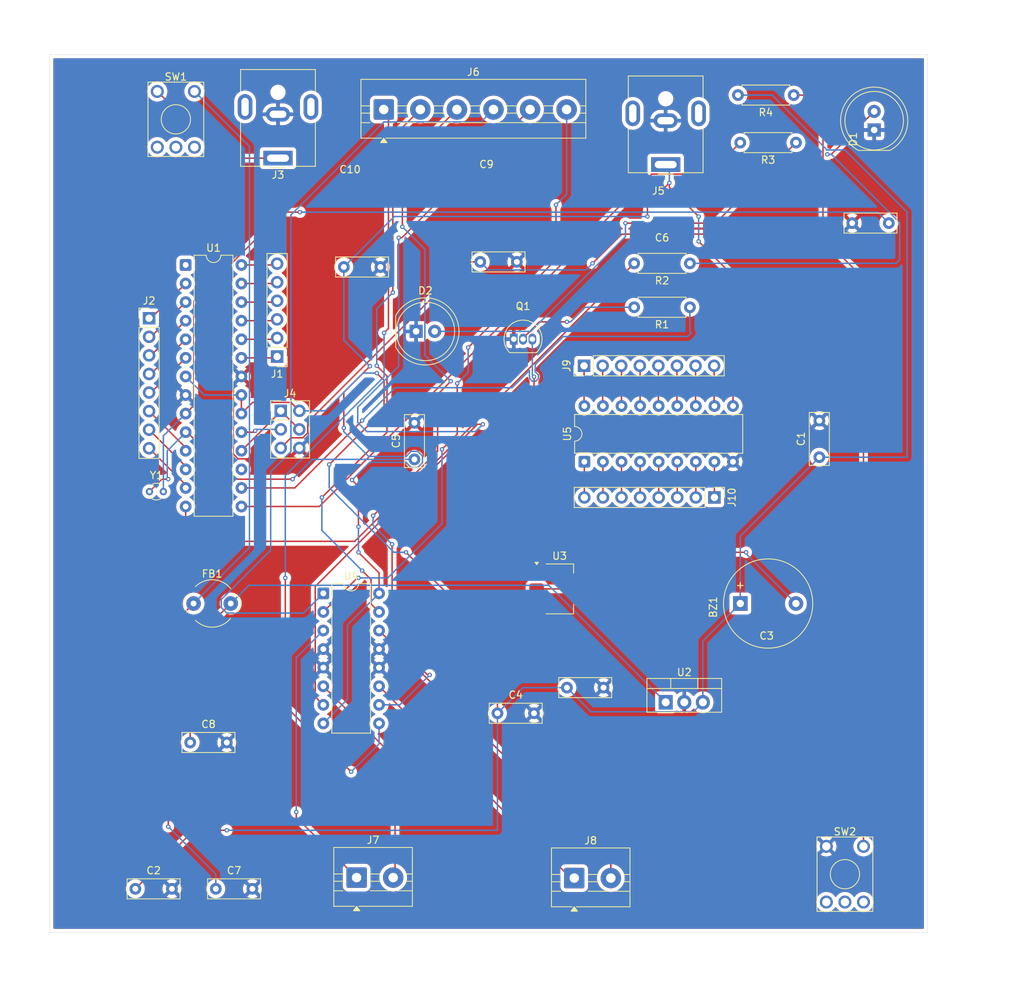
<source format=kicad_pcb>
(kicad_pcb (version 20241229) (generator "pcbnew") (generator_version "9.0")
  (title_block (title "E158 60002240293 Krishnna Pandya"))
  (layers (0 "F.Cu" signal) (2 "B.Cu" signal) (13 "F.Paste" user) (15 "B.Paste" user) (5 "F.SilkS" user "F.Silkscreen") (7 "B.SilkS" user "B.Silkscreen") (1 "F.Mask" user) (3 "B.Mask" user) (25 "Edge.Cuts" user))
  (net 0 "")
  (net 1 "5V")
  (net 2 "Net-(BZ1--)")
  (net 3 "GND")
  (net 4 "Net-(U1-XTAL2{slash}PB7)")
  (net 5 "Net-(U1-XTAL1{slash}PB6)")
  (net 6 "Net-(C7-Pad1)")
  (net 7 "Net-(U2-IN)")
  (net 8 "Reset")
  (net 9 "12V")
  (net 10 "Net-(D1-A)")
  (net 11 "Net-(D2-A)")
  (net 12 "Net-(J1-Pin_4)")
  (net 13 "Net-(J1-Pin_5)")
  (net 14 "Net-(J1-Pin_2)")
  (net 15 "Net-(J1-Pin_6)")
  (net 16 "Net-(J1-Pin_3)")
  (net 17 "Net-(J1-Pin_1)")
  (net 18 "Net-(J2-Pin_4)")
  (net 19 "Net-(J2-Pin_7)")
  (net 20 "Net-(J2-Pin_6)")
  (net 21 "Net-(J2-Pin_3)")
  (net 22 "Net-(J2-Pin_5)")
  (net 23 "Net-(J2-Pin_2)")
  (net 24 "Net-(J2-Pin_1)")
  (net 25 "Net-(J2-Pin_8)")
  (net 26 "Net-(J3-Pad1)")
  (net 27 "MISO")
  (net 28 "SCK")
  (net 29 "Net-(J6-Pin_6)")
  (net 30 "Net-(J6-Pin_4)")
  (net 31 "Net-(J6-Pin_2)")
  (net 32 "Net-(J6-Pin_5)")
  (net 33 "Net-(J6-Pin_3)")
  (net 34 "Net-(J6-Pin_1)")
  (net 35 "Net-(J7-Pin_1)")
  (net 36 "Net-(J7-Pin_2)")
  (net 37 "Net-(J8-Pin_1)")
  (net 38 "Net-(J8-Pin_2)")
  (net 39 "Net-(J9-Pin_7)")
  (net 40 "Net-(J9-Pin_6)")
  (net 41 "Net-(J9-Pin_3)")
  (net 42 "Net-(J9-Pin_8)")
  (net 43 "Net-(J9-Pin_5)")
  (net 44 "Net-(J9-Pin_1)")
  (net 45 "Net-(J9-Pin_4)")
  (net 46 "Net-(J9-Pin_2)")
  (net 47 "Net-(J10-Pin_6)")
  (net 48 "Net-(J10-Pin_8)")
  (net 49 "Net-(J10-Pin_4)")
  (net 50 "Net-(J10-Pin_3)")
  (net 51 "Net-(J10-Pin_2)")
  (net 52 "Net-(J10-Pin_7)")
  (net 53 "Net-(J10-Pin_5)")
  (net 54 "Net-(J10-Pin_1)")
  (net 55 "Net-(Q1-G)")
  (net 56 "PWM1")
  (net 57 "GPIO_FLAG_1")
  (net 58 "GPIO_FLAG_2")
  (net 60 "MOSI")
  (net 61 "3V")
  (footprint "Resistor_THT:R_Axial_DIN0207_L6.3mm_D2.5mm_P7.62mm_Horizontal" (layer "F.Cu") (at 131.31 59.5 180)
    (property "Reference" "R3")
    (property "Value" "R")
  )
  (footprint "Capacitor_THT:C_Disc_D7.0mm_W2.5mm_P5.00mm" (layer "F.Cu") (at 41 161.5)
    (property "Reference" "C2")
    (property "Value" "100nf")
  )
  (footprint "Ferrite_THT:LairdTech_28C0236-0JW-10" (layer "F.Cu") (at 48.96 122.5)
    (property "Reference" "FB1")
    (property "Value" "FerriteBead")
  )
  (footprint "Resistor_THT:R_Axial_DIN0207_L6.3mm_D2.5mm_P7.62mm_Horizontal" (layer "F.Cu") (at 116.81 82 180)
    (property "Reference" "R1")
    (property "Value" "R")
  )
  (footprint "Package_TO_SOT_SMD:SOT-223-3_TabPin2" (layer "F.Cu") (at 99 120.5)
    (property "Reference" "U3")
    (property "Value" "AMS1117-3.3")
  )
  (footprint "Connector_BarrelJack:BarrelJack_CUI_PJ-063AH_Horizontal" (layer "F.Cu") (at 113.5 62.5 180)
    (property "Reference" "J5")
    (property "Value" "Barrel_Jack")
  )
  (footprint "Package_TO_SOT_THT:TO-220-3_Vertical" (layer "F.Cu") (at 113.5 136)
    (property "Reference" "U2")
    (property "Value" "L7805")
  )
  (footprint "Resistor_THT:R_Axial_DIN0207_L6.3mm_D2.5mm_P7.62mm_Horizontal" (layer "F.Cu") (at 131 53 180)
    (property "Reference" "R4")
    (property "Value" "R")
  )
  (footprint "Buzzer_Beeper:Buzzer_12x9.5RM7.6" (layer "F.Cu") (at 123.7 122.5)
    (property "Reference" "BZ1")
    (property "Value" "Buzzer")
  )
  (footprint "Capacitor_THT:C_Disc_D7.0mm_W2.5mm_P5.00mm" (layer "F.Cu") (at 52 161.5)
    (property "Reference" "C7")
    (property "Value" "1uf")
  )
  (footprint "Package_TO_SOT_THT:TO-92_Inline" (layer "F.Cu") (at 92.73 86.36)
    (property "Reference" "Q1")
    (property "Value" "2N7000")
  )
  (footprint "Crystal:Crystal_C26-LF_D2.1mm_L6.5mm_Vertical" (layer "F.Cu") (at 42.93 107.2)
    (property "Reference" "Y1")
    (property "Value" "Crystal")
  )
  (footprint "Capacitor_THT:C_Disc_D7.0mm_W2.5mm_P5.00mm" (layer "F.Cu") (at 134.5 102.5 90)
    (property "Reference" "C1")
    (property "Value" "100nf")
  )
  (footprint "Package_DIP:DIP-18_W7.62mm" (layer "F.Cu") (at 102.38 103.12 90)
    (property "Reference" "U5")
    (property "Value" "ULN2803A")
  )
  (footprint "Capacitor_THT:C_Disc_D7.0mm_W2.5mm_P5.00mm" (layer "F.Cu") (at 69.5 76.5)
    (property "Reference" "C10")
    (property "Value" "100uf")
  )
  (footprint "TerminalBlock:TerminalBlock_MaiXu_MX126-5.0-02P_1x02_P5.00mm" (layer "F.Cu") (at 71.25 159.9675)
    (property "Reference" "J7")
    (property "Value" "Screw_Terminal_01x02")
  )
  (footprint "Connector_PinHeader_2.54mm:PinHeader_1x06_P2.54mm_Vertical" (layer "F.Cu") (at 60.38 88.74 180)
    (property "Reference" "J1")
    (property "Value" "Conn_01x06")
  )
  (footprint "Connector_PinHeader_2.54mm:PinHeader_1x08_P2.54mm_Vertical" (layer "F.Cu") (at 102.34 90 90)
    (property "Reference" "J9")
    (property "Value" "Conn_01x08")
  )
  (footprint "Resistor_THT:R_Axial_DIN0207_L6.3mm_D2.5mm_P7.62mm_Horizontal" (layer "F.Cu") (at 116.81 76 180)
    (property "Reference" "R2")
    (property "Value" "R")
  )
  (footprint "TerminalBlock:TerminalBlock_MaiXu_MX126-5.0-02P_1x02_P5.00mm" (layer "F.Cu") (at 101 160.0325)
    (property "Reference" "J8")
    (property "Value" "Screw_Terminal_01x02")
  )
  (footprint "TerminalBlock:TerminalBlock_MaiXu_MX126-5.0-06P_1x06_P5.00mm" (layer "F.Cu") (at 74.96 54.9675)
    (property "Reference" "J6")
    (property "Value" "Screw_Terminal_01x06")
  )
  (footprint "Capacitor_THT:C_Disc_D7.0mm_W2.5mm_P5.00mm" (layer "F.Cu") (at 144 70.5 180)
    (property "Reference" "C6")
    (property "Value" "22pf")
  )
  (footprint "Connector_PinHeader_2.54mm:PinHeader_1x08_P2.54mm_Vertical" (layer "F.Cu") (at 42.88 83.5)
    (property "Reference" "J2")
    (property "Value" "Conn_01x08")
  )
  (footprint "Capacitor_THT:C_Disc_D7.0mm_W2.5mm_P5.00mm" (layer "F.Cu") (at 88.15 75.8)
    (property "Reference" "C9")
    (property "Value" "1uf")
  )
  (footprint "Package_DIP:DIP-28_W7.62mm" (layer "F.Cu") (at 47.88 76.22)
    (property "Reference" "U1")
    (property "Value" "ATmega328-P")
  )
  (footprint "Capacitor_THT:C_Disc_D7.0mm_W2.5mm_P5.00mm" (layer "F.Cu") (at 79.15 102.8 90)
    (property "Reference" "C5")
    (property "Value" "22pf")
  )
  (footprint "Connector_PinHeader_2.54mm:PinHeader_1x08_P2.54mm_Vertical" (layer "F.Cu") (at 120.16 108 -90)
    (property "Reference" "J10")
    (property "Value" "Conn_01x08")
  )
  (footprint "Capacitor_THT:C_Disc_D7.0mm_W2.5mm_P5.00mm" (layer "F.Cu") (at 90.5 137.5)
    (property "Reference" "C4")
    (property "Value" "C")
  )
  (footprint "Package_DIP:DIP-16_W7.62mm" (layer "F.Cu") (at 66.695 121.11)
    (property "Reference" "U4")
    (property "Value" "L293")
  )
  (footprint "LED_THT:LED_D8.0mm" (layer "F.Cu") (at 79.38 85.3)
    (property "Reference" "D2")
    (property "Value" "LED")
  )
  (footprint "LED_THT:LED_D8.0mm" (layer "F.Cu") (at 142 57.77 90)
    (property "Reference" "D1")
    (property "Value" "LED")
  )
  (footprint "Capacitor_THT:C_Disc_D7.0mm_W2.5mm_P5.00mm" (layer "F.Cu") (at 100 134)
    (property "Reference" "C3")
    (property "Value" "10uf")
  )
  (footprint "Capacitor_THT:C_Disc_D7.0mm_W2.5mm_P5.00mm" (layer "F.Cu") (at 48.5 141.5)
    (property "Reference" "C8")
    (property "Value" "1uf")
  )
  (footprint "Button_Switch_THT:KSA_Tactile_SPST" (layer "F.Cu") (at 135.46 155.69)
    (property "Reference" "SW2")
    (property "Value" "Push to ON switch (momentary)")
  )
  (footprint "Button_Switch_THT:KSA_Tactile_SPST" (layer "F.Cu") (at 44 52.5)
    (property "Reference" "SW1")
    (property "Value" "Push to lock switch")
  )
  (footprint "Connector_BarrelJack:BarrelJack_CUI_PJ-063AH_Horizontal" (layer "F.Cu") (at 60.5 61.62 180)
    (property "Reference" "J3")
    (property "Value" "Barrel_Jack")
  )
  (footprint "Connector_PinHeader_2.54mm:PinHeader_2x03_P2.54mm_Vertical" (layer "F.Cu") (at 60.88 96.16)
    (property "Reference" "J4")
    (property "Value" "Conn_02x03_Odd_Even")
  )
  (gr_rect (start 29.29 47.4675) (end 149.29 167.4675) (stroke (width 0.05)) (fill no) (layer "Edge.Cuts"))
  (segment (start 53.5 153.5) (end 49 153.5) (width 0.2) (layer "F.Cu") (net 1))
  (segment (start 57.031 95.009) (end 62.269 95.009) (width 0.2) (layer "F.Cu") (net 1))
  (segment (start 90.575 128.075) (end 95.85 122.8) (width 0.2) (layer "F.Cu") (net 1))
  (segment (start 90.5 128.15) (end 90.575 128.075) (width 0.2) (layer "F.Cu") (net 1))
  (segment (start 62.269 95.009) (end 63.42 96.16) (width 0.2) (layer "F.Cu") (net 1))
  (segment (start 90.5 137.5) (end 90.5 128.15) (width 0.2) (layer "F.Cu") (net 1))
  (segment (start 55.5 96.54) (end 57.031 95.009) (width 0.2) (layer "F.Cu") (net 1))
  (segment (start 55.5 94) (end 55 94) (width 0.2) (layer "F.Cu") (net 1))
  (segment (start 90.575 128.075) (end 78 115.5) (width 0.2) (layer "F.Cu") (net 1))
  (segment (start 49 153.5) (end 41 161.5) (width 0.2) (layer "F.Cu") (net 1))
  (segment (start 55.5 94) (end 55.5 96.54) (width 0.2) (layer "F.Cu") (net 1))
  (segment (start 75 92) (end 75 96) (width 0.2) (layer "F.Cu") (net 1))
  (segment (start 75 96) (end 67.5 103.5) (width 0.2) (layer "F.Cu") (net 1))
  (segment (start 74 91) (end 75 92) (width 0.2) (layer "F.Cu") (net 1))
  (via (at 78 115.5) (size 0.6) (drill 0.3) (layers "F.Cu" "B.Cu") (net 1))
  (via (at 53.5 153.5) (size 0.6) (drill 0.3) (layers "F.Cu" "B.Cu") (net 1))
  (via (at 67.5 103.5) (size 0.6) (drill 0.3) (layers "F.Cu" "B.Cu") (net 1))
  (via (at 74 91) (size 0.6) (drill 0.3) (layers "F.Cu" "B.Cu") (net 1))
  (segment (start 100 134) (end 103.301 137.301) (width 0.2) (layer "B.Cu") (net 1))
  (segment (start 117.279 137.301) (end 118.58 136) (width 0.2) (layer "B.Cu") (net 1))
  (segment (start 72.12653 91) (end 66.96653 96.16) (width 0.2) (layer "B.Cu") (net 1))
  (segment (start 135.5 60.44295) (end 135.5 60.5) (width 0.2) (layer "B.Cu") (net 1))
  (segment (start 128.05705 53) (end 135.5 60.44295) (width 0.2) (layer "B.Cu") (net 1))
  (segment (start 118.58 136) (end 118.58 127.62) (width 0.2) (layer "B.Cu") (net 1))
  (segment (start 78 115.5) (end 76.349943 115.5) (width 0.2) (layer "B.Cu") (net 1))
  (segment (start 94 134) (end 100 134) (width 0.2) (layer "B.Cu") (net 1))
  (segment (start 76.349943 115.5) (end 67.5 106.650057) (width 0.2) (layer "B.Cu") (net 1))
  (segment (start 123.7 113.3) (end 134.5 102.5) (width 0.2) (layer "B.Cu") (net 1))
  (segment (start 90.5 153.5) (end 53.5 153.5) (width 0.2) (layer "B.Cu") (net 1))
  (segment (start 90.5 137.5) (end 94 134) (width 0.2) (layer "B.Cu") (net 1))
  (segment (start 74 91) (end 72.12653 91) (width 0.2) (layer "B.Cu") (net 1))
  (segment (start 118.58 127.62) (end 123.7 122.5) (width 0.2) (layer "B.Cu") (net 1))
  (segment (start 146.5 69) (end 146.5 102.5) (width 0.2) (layer "B.Cu") (net 1))
  (segment (start 134.5 102.5) (end 146.5 102.5) (width 0.2) (layer "B.Cu") (net 1))
  (segment (start 123.7 122.5) (end 123.7 113.3) (width 0.2) (layer "B.Cu") (net 1))
  (segment (start 90.5 137.5) (end 90.5 153.5) (width 0.2) (layer "B.Cu") (net 1))
  (segment (start 50.42 94) (end 47.88 91.46) (width 0.2) (layer "B.Cu") (net 1))
  (segment (start 135.5 60.5) (end 138 60.5) (width 0.2) (layer "B.Cu") (net 1))
  (segment (start 123.38 53) (end 128.05705 53) (width 0.2) (layer "B.Cu") (net 1))
  (segment (start 66.96653 96.16) (end 63.42 96.16) (width 0.2) (layer "B.Cu") (net 1))
  (segment (start 55.5 94) (end 50.42 94) (width 0.2) (layer "B.Cu") (net 1))
  (segment (start 67.5 106.650057) (end 67.5 103.5) (width 0.2) (layer "B.Cu") (net 1))
  (segment (start 103.301 137.301) (end 117.279 137.301) (width 0.2) (layer "B.Cu") (net 1))
  (segment (start 138 60.5) (end 146.5 69) (width 0.2) (layer "B.Cu") (net 1))
  (segment (start 97.5 109.5) (end 95.5 107.5) (width 0.2) (layer "F.Cu") (net 2))
  (segment (start 95.5 107.5) (end 95.5 91.5) (width 0.2) (layer "F.Cu") (net 2))
  (segment (start 124.5 115.5) (end 103.5 115.5) (width 0.2) (layer "F.Cu") (net 2))
  (segment (start 103.5 115.5) (end 97.5 109.5) (width 0.2) (layer "F.Cu") (net 2))
  (via (at 124.5 115.5) (size 0.6) (drill 0.3) (layers "F.Cu" "B.Cu") (net 2))
  (via (at 95.5 91.5) (size 0.6) (drill 0.3) (layers "F.Cu" "B.Cu") (net 2))
  (segment (start 124.5 115.7) (end 124.5 115.5) (width 0.2) (layer "B.Cu") (net 2))
  (segment (start 95.5 91.5) (end 95.27 91.27) (width 0.2) (layer "B.Cu") (net 2))
  (segment (start 95.27 91.27) (end 95.27 86.36) (width 0.2) (layer "B.Cu") (net 2))
  (segment (start 131.3 122.5) (end 124.5 115.7) (width 0.2) (layer "B.Cu") (net 2))
  (segment (start 61.939 102.721) (end 55.04395 102.721) (width 0.2) (layer "F.Cu") (net 3))
  (segment (start 54.399 102.07605) (end 54.399 92.561) (width 0.2) (layer "F.Cu") (net 3))
  (segment (start 55.04395 102.721) (end 54.399 102.07605) (width 0.2) (layer "F.Cu") (net 3))
  (segment (start 54.399 92.561) (end 55.5 91.46) (width 0.2) (layer "F.Cu") (net 3))
  (segment (start 63.42 101.24) (end 61.939 102.721) (width 0.2) (layer "F.Cu") (net 3))
  (segment (start 63.5 101.5) (end 63.42 101.42) (width 0.2) (layer "F.Cu") (net 3))
  (segment (start 63.42 101.24) (end 63.42 101.42) (width 0.2) (layer "F.Cu") (net 3))
  (segment (start 47.92 99.08) (end 48 99) (width 0.2) (layer "F.Cu") (net 4))
  (segment (start 44.63 105.5) (end 42.93 107.2) (width 0.2) (layer "F.Cu") (net 4))
  (segment (start 47.88 99.08) (end 47.92 99.08) (width 0.2) (layer "F.Cu") (net 4))
  (segment (start 48 99) (end 54.5 105.5) (width 0.2) (layer "F.Cu") (net 4))
  (segment (start 45.5 105.5) (end 44.63 105.5) (width 0.2) (layer "F.Cu") (net 4))
  (segment (start 54.5 105.5) (end 62.5 105.5) (width 0.2) (layer "F.Cu") (net 4))
  (via (at 45.5 105.5) (size 0.6) (drill 0.3) (layers "F.Cu" "B.Cu") (net 4))
  (via (at 62.5 105.5) (size 0.6) (drill 0.3) (layers "F.Cu" "B.Cu") (net 4))
  (segment (start 48 99) (end 45.362772 101.637228) (width 0.2) (layer "B.Cu") (net 4))
  (segment (start 45.362772 105.362772) (end 45.5 105.5) (width 0.2) (layer "B.Cu") (net 4))
  (segment (start 65.2 102.8) (end 79.15 102.8) (width 0.2) (layer "B.Cu") (net 4))
  (segment (start 62.5 105.5) (end 65.2 102.8) (width 0.2) (layer "B.Cu") (net 4))
  (segment (start 47.88 99.08) (end 47.92 99.08) (width 0.2) (layer "B.Cu") (net 4))
  (segment (start 47.92 99.08) (end 48 99) (width 0.2) (layer "B.Cu") (net 4))
  (segment (start 45.362772 101.637228) (end 45.362772 105.362772) (width 0.2) (layer "B.Cu") (net 4))
  (segment (start 61.16295 69) (end 63.5 69) (width 0.2) (layer "F.Cu") (net 5))
  (segment (start 48.981 95.439) (end 48.981 81.18195) (width 0.2) (layer "F.Cu") (net 5))
  (segment (start 47.88 96.54) (end 48.981 95.439) (width 0.2) (layer "F.Cu") (net 5))
  (segment (start 48.981 81.18195) (end 61.16295 69) (width 0.2) (layer "F.Cu") (net 5))
  (via (at 63.5 69) (size 0.6) (drill 0.3) (layers "F.Cu" "B.Cu") (net 5))
  (segment (start 47.88 96.54) (end 44.83 99.59) (width 0.2) (layer "B.Cu") (net 5))
  (segment (start 63.5 69) (end 142.5 69) (width 0.2) (layer "B.Cu") (net 5))
  (segment (start 142.5 69) (end 144 70.5) (width 0.2) (layer "B.Cu") (net 5))
  (segment (start 44.83 99.59) (end 44.83 107.2) (width 0.2) (layer "B.Cu") (net 5))
  (segment (start 48.96 122.5) (end 45.5 125.96) (width 0.2) (layer "F.Cu") (net 6))
  (segment (start 45.5 125.96) (end 45.5 153) (width 0.2) (layer "F.Cu") (net 6))
  (via (at 45.5 153) (size 0.6) (drill 0.3) (layers "F.Cu" "B.Cu") (net 6))
  (segment (start 49.08 52.5) (end 56.601 60.021) (width 0.2) (layer "B.Cu") (net 6))
  (segment (start 56.601 114.859) (end 48.96 122.5) (width 0.2) (layer "B.Cu") (net 6))
  (segment (start 45.5 153) (end 52 159.5) (width 0.2) (layer "B.Cu") (net 6))
  (segment (start 52 159.5) (end 52 161.5) (width 0.2) (layer "B.Cu") (net 6))
  (segment (start 56.601 60.021) (end 56.601 114.859) (width 0.2) (layer "B.Cu") (net 6))
  (segment (start 54.04 122.5) (end 48.5 128.04) (width 0.2) (layer "F.Cu") (net 7))
  (segment (start 48.5 128.04) (end 48.5 141.5) (width 0.2) (layer "F.Cu") (net 7))
  (segment (start 56.531 120.009) (end 97.509 120.009) (width 0.2) (layer "B.Cu") (net 7))
  (segment (start 97.509 120.009) (end 113.5 136) (width 0.2) (layer "B.Cu") (net 7))
  (segment (start 54.04 122.5) (end 56.531 120.009) (width 0.2) (layer "B.Cu") (net 7))
  (segment (start 140.54 155.69) (end 140.54 78.04) (width 0.2) (layer "F.Cu") (net 8))
  (segment (start 62.269 99.851) (end 63.89676 99.851) (width 0.2) (layer "F.Cu") (net 8))
  (segment (start 64.571 99.17676) (end 64.571 97.707) (width 0.2) (layer "F.Cu") (net 8))
  (segment (start 63.89676 99.851) (end 64.571 99.17676) (width 0.2) (layer "F.Cu") (net 8))
  (segment (start 107.5 72) (end 103.5 76) (width 0.2) (layer "F.Cu") (net 8))
  (segment (start 60.88 101.24) (end 62.269 99.851) (width 0.2) (layer "F.Cu") (net 8))
  (segment (start 134.5 53) (end 131 53) (width 0.2) (layer "F.Cu") (net 8))
  (segment (start 135 52.5) (end 134.5 53) (width 0.2) (layer "F.Cu") (net 8))
  (segment (start 135 71.5) (end 135 52.5) (width 0.2) (layer "F.Cu") (net 8))
  (segment (start 140.54 78.04) (end 134.5 72) (width 0.2) (layer "F.Cu") (net 8))
  (segment (start 134.5 72) (end 107.5 72) (width 0.2) (layer "F.Cu") (net 8))
  (segment (start 134.5 72) (end 135 71.5) (width 0.2) (layer "F.Cu") (net 8))
  (segment (start 64.571 97.707) (end 86.478 75.8) (width 0.2) (layer "F.Cu") (net 8))
  (segment (start 86.478 75.8) (end 88.15 75.8) (width 0.2) (layer "F.Cu") (net 8))
  (via (at 103.5 76) (size 0.6) (drill 0.3) (layers "F.Cu" "B.Cu") (net 8))
  (segment (start 89.251 76.901) (end 88.15 75.8) (width 0.2) (layer "B.Cu") (net 8))
  (segment (start 103.5 76) (end 102.599 76.901) (width 0.2) (layer "B.Cu") (net 8))
  (segment (start 102.599 76.901) (end 89.251 76.901) (width 0.2) (layer "B.Cu") (net 8))
  (segment (start 70.62074 105.62074) (end 71.5 106.5) (width 0.2) (layer "F.Cu") (net 9))
  (segment (start 74.315 118.315) (end 71.5 115.5) (width 0.2) (layer "F.Cu") (net 9))
  (segment (start 69.5 98.5) (end 69.5 93.62653) (width 0.2) (layer "F.Cu") (net 9))
  (segment (start 118 69.6) (end 114 65.6) (width 0.2) (layer "F.Cu") (net 9))
  (segment (start 74.315 121.11) (end 74.315 118.315) (width 0.2) (layer "F.Cu") (net 9))
  (segment (start 111 69.6) (end 111 68) (width 0.2) (layer "F.Cu") (net 9))
  (segment (start 122.7 95.5) (end 122.7 77.7) (width 0.2) (layer "F.Cu") (net 9))
  (segment (start 122.7 77.7) (end 118 73) (width 0.2) (layer "F.Cu") (net 9))
  (segment (start 71.5 106.5) (end 71.5 112) (width 0.2) (layer "F.Cu") (net 9))
  (segment (start 114 65.6) (end 114 65) (width 0.2) (layer "F.Cu") (net 9))
  (segment (start 111 68) (end 114 65) (width 0.2) (layer "F.Cu") (net 9))
  (segment (start 69.5 93.62653) (end 73.063265 90.063265) (width 0.2) (layer "F.Cu") (net 9))
  (via (at 118 69.6) (size 0.6) (drill 0.3) (layers "F.Cu" "B.Cu") (net 9))
  (via (at 71.5 115.5) (size 0.6) (drill 0.3) (layers "F.Cu" "B.Cu") (net 9))
  (via (at 70.62074 105.62074) (size 0.6) (drill 0.3) (layers "F.Cu" "B.Cu") (net 9))
  (via (at 114 65) (size 0.6) (drill 0.3) (layers "F.Cu" "B.Cu") (net 9))
  (via (at 73.063265 90.063265) (size 0.6) (drill 0.3) (layers "F.Cu" "B.Cu") (net 9))
  (via (at 118 73) (size 0.6) (drill 0.3) (layers "F.Cu" "B.Cu") (net 9))
  (via (at 69.5 98.5) (size 0.6) (drill 0.3) (layers "F.Cu" "B.Cu") (net 9))
  (via (at 111 69.6) (size 0.6) (drill 0.3) (layers "F.Cu" "B.Cu") (net 9))
  (via (at 71.5 112) (size 0.6) (drill 0.3) (layers "F.Cu" "B.Cu") (net 9))
  (segment (start 73.04048 103.201) (end 78.049 103.201) (width 0.2) (layer "B.Cu") (net 9))
  (segment (start 78.69395 103.901) (end 79.60605 103.901) (width 0.2) (layer "B.Cu") (net 9))
  (segment (start 71.5 111.782843) (end 71.5 112) (width 0.2) (layer "B.Cu") (net 9))
  (segment (start 70 135.585) (end 70 125.425) (width 0.2) (layer "B.Cu") (net 9))
  (segment (start 78.049 102.399) (end 72.899 102.399) (width 0.2) (layer "B.Cu") (net 9))
  (segment (start 76.4 69.6) (end 111 69.6) (width 0.2) (layer "B.Cu") (net 9))
  (segment (start 80.251 103.25605) (end 80.251 102.34395) (width 0.2) (layer "B.Cu") (net 9))
  (segment (start 70 125.425) (end 74.315 121.11) (width 0.2) (layer "B.Cu") (net 9))
  (segment (start 78.049 103.25605) (end 78.69395 103.901) (width 0.2) (layer "B.Cu") (net 9))
  (segment (start 114 63) (end 113.5 62.5) (width 0.2) (layer "B.Cu") (net 9))
  (segment (start 79.60605 103.901) (end 80.251 103.25605) (width 0.2) (layer "B.Cu") (net 9))
  (segment (start 114 65) (end 114 63) (width 0.2) (layer "B.Cu") (net 9))
  (segment (start 78.049 103.201) (end 78.049 103.25605) (width 0.2) (layer "B.Cu") (net 9))
  (segment (start 118 73) (end 118 69.6) (width 0.2) (layer "B.Cu") (net 9))
  (segment (start 78.049 102.34395) (end 78.049 102.399) (width 0.2) (layer "B.Cu") (net 9))
  (segment (start 73.063265 90.063265) (end 69.5 86.5) (width 0.2) (layer "B.Cu") (net 9))
  (segment (start 66.695 138.89) (end 70 135.585) (width 0.2) (layer "B.Cu") (net 9))
  (segment (start 69.5 86.5) (end 69.5 76.5) (width 0.2) (layer "B.Cu") (net 9))
  (segment (start 80.251 102.34395) (end 79.60605 101.699) (width 0.2) (layer "B.Cu") (net 9))
  (segment (start 69.5 76.5) (end 76.4 69.6) (width 0.2) (layer "B.Cu") (net 9))
  (segment (start 69.5 99) (end 69.5 98.5) (width 0.2) (layer "B.Cu") (net 9))
  (segment (start 72.899 102.399) (end 69.5 99) (width 0.2) (layer "B.Cu") (net 9))
  (segment (start 79.60605 101.699) (end 78.69395 101.699) (width 0.2) (layer "B.Cu") (net 9))
  (segment (start 70.62074 105.62074) (end 73.04048 103.201) (width 0.2) (layer "B.Cu") (net 9))
  (segment (start 78.69395 101.699) (end 78.049 102.34395) (width 0.2) (layer "B.Cu") (net 9))
  (segment (start 71.5 115.5) (end 71.5 111.782843) (width 0.2) (layer "B.Cu") (net 9))
  (segment (start 136.13 61.1) (end 135.6 61.1) (width 0.2) (layer "F.Cu") (net 10))
  (segment (start 142 55.23) (end 136.13 61.1) (width 0.2) (layer "F.Cu") (net 10))
  (via (at 135.6 61.1) (size 0.6) (drill 0.3) (layers "F.Cu" "B.Cu") (net 10))
  (segment (start 145.5 70.44295) (end 145.5 75.5) (width 0.2) (layer "B.Cu") (net 10))
  (segment (start 136.15705 61.1) (end 145.5 70.44295) (width 0.2) (layer "B.Cu") (net 10))
  (segment (start 145 76) (end 116.81 76) (width 0.2) (layer "B.Cu") (net 10))
  (segment (start 145.5 75.5) (end 145 76) (width 0.2) (layer "B.Cu") (net 10))
  (segment (start 135.6 61.1) (end 136.15705 61.1) (width 0.2) (layer "B.Cu") (net 10))
  (segment (start 120.31 70.5) (end 108 70.5) (width 0.2) (layer "F.Cu") (net 11))
  (segment (start 131.31 59.5) (end 120.31 70.5) (width 0.2) (layer "F.Cu") (net 11))
  (via (at 108 70.5) (size 0.6) (drill 0.3) (layers "F.Cu" "B.Cu") (net 11))
  (segment (start 108 70.5) (end 108 72.349943) (width 0.2) (layer "B.Cu") (net 11))
  (segment (start 108 72.349943) (end 95.049943 85.3) (width 0.2) (layer "B.Cu") (net 11))
  (segment (start 95.049943 85.3) (end 81.92 85.3) (width 0.2) (layer "B.Cu") (net 11))
  (segment (start 55.5 81.3) (end 60.2 81.3) (width 0.2) (layer "F.Cu") (net 12))
  (segment (start 60.2 81.3) (end 60.38 81.12) (width 0.2) (layer "F.Cu") (net 12))
  (segment (start 55.5 78.76) (end 60.2 78.76) (width 0.2) (layer "F.Cu") (net 13))
  (segment (start 60.2 78.76) (end 60.38 78.58) (width 0.2) (layer "F.Cu") (net 13))
  (segment (start 60.2 86.38) (end 60.38 86.2) (width 0.2) (layer "F.Cu") (net 14))
  (segment (start 55.5 86.38) (end 60.2 86.38) (width 0.2) (layer "F.Cu") (net 14))
  (segment (start 60.2 76.22) (end 60.38 76.04) (width 0.2) (layer "F.Cu") (net 15))
  (segment (start 55.5 76.22) (end 60.2 76.22) (width 0.2) (layer "F.Cu") (net 15))
  (segment (start 55.5 83.84) (end 60.2 83.84) (width 0.2) (layer "F.Cu") (net 16))
  (segment (start 60.2 83.84) (end 60.38 83.66) (width 0.2) (layer "F.Cu") (net 16))
  (segment (start 60.2 88.92) (end 60.38 88.74) (width 0.2) (layer "F.Cu") (net 17))
  (segment (start 55.5 88.92) (end 60.2 88.92) (width 0.2) (layer "F.Cu") (net 17))
  (segment (start 43.14 91.12) (end 42.88 91.12) (width 0.2) (layer "F.Cu") (net 18))
  (segment (start 47.88 86.38) (end 43.14 91.12) (width 0.2) (layer "F.Cu") (net 18))
  (segment (start 47.88 103.74) (end 47.88 104.16) (width 0.2) (layer "F.Cu") (net 19))
  (segment (start 42.88 98.74) (end 47.88 103.74) (width 0.2) (layer "F.Cu") (net 19))
  (segment (start 42.88 96.2) (end 47.88 101.2) (width 0.2) (layer "F.Cu") (net 20))
  (segment (start 47.88 101.2) (end 47.88 101.62) (width 0.2) (layer "F.Cu") (net 20))
  (segment (start 43.14 88.58) (end 42.88 88.58) (width 0.2) (layer "F.Cu") (net 21))
  (segment (start 47.88 83.84) (end 43.14 88.58) (width 0.2) (layer "F.Cu") (net 21))
  (segment (start 43.14 93.66) (end 42.88 93.66) (width 0.2) (layer "F.Cu") (net 22))
  (segment (start 47.88 88.92) (end 43.14 93.66) (width 0.2) (layer "F.Cu") (net 22))
  (segment (start 43.14 86.04) (end 42.88 86.04) (width 0.2) (layer "F.Cu") (net 23))
  (segment (start 47.88 81.3) (end 43.14 86.04) (width 0.2) (layer "F.Cu") (net 23))
  (segment (start 43.14 83.5) (end 42.88 83.5) (width 0.2) (layer "F.Cu") (net 24))
  (segment (start 47.88 78.76) (end 43.14 83.5) (width 0.2) (layer "F.Cu") (net 24))
  (segment (start 42.88 101.28) (end 47.88 106.28) (width 0.2) (layer "F.Cu") (net 25))
  (segment (start 47.88 106.28) (end 47.88 106.7) (width 0.2) (layer "F.Cu") (net 25))
  (segment (start 44 52.5) (end 53.12 61.62) (width 0.2) (layer "F.Cu") (net 26))
  (segment (start 53.12 61.62) (end 60.5 61.62) (width 0.2) (layer "F.Cu") (net 26))
  (segment (start 55.5 101.62) (end 60.88 96.24) (width 0.2) (layer "F.Cu") (net 27))
  (segment (start 60.88 96.16) (end 63.42 98.7) (width 0.2) (layer "F.Cu") (net 27))
  (segment (start 60.88 96.24) (end 60.88 96.16) (width 0.2) (layer "F.Cu") (net 27))
  (segment (start 55.5 99.08) (end 57.19147 99.08) (width 0.2) (layer "F.Cu") (net 28))
  (segment (start 57.19147 99.08) (end 57.385735 98.885735) (width 0.2) (layer "F.Cu") (net 28))
  (via (at 57.385735 98.885735) (size 0.6) (drill 0.3) (layers "F.Cu" "B.Cu") (net 28))
  (segment (start 57.57147 98.7) (end 60.88 98.7) (width 0.2) (layer "B.Cu") (net 28))
  (segment (start 57.385735 98.885735) (end 57.57147 98.7) (width 0.2) (layer "B.Cu") (net 28))
  (segment (start 98.5 75.5) (end 86.5 87.5) (width 0.2) (layer "F.Cu") (net 29))
  (segment (start 85 99.34147) (end 82.920735 101.420735) (width 0.2) (layer "F.Cu") (net 29))
  (segment (start 98.5 68) (end 98.5 75.5) (width 0.2) (layer "F.Cu") (net 29))
  (segment (start 85 92.4) (end 85 99.34147) (width 0.2) (layer "F.Cu") (net 29))
  (segment (start 71.5 119) (end 71.345 119) (width 0.2) (layer "F.Cu") (net 29))
  (segment (start 71.345 119) (end 66.695 123.65) (width 0.2) (layer "F.Cu") (net 29))
  (via (at 82.920735 101.420735) (size 0.6) (drill 0.3) (layers "F.Cu" "B.Cu") (net 29))
  (via (at 98.5 68) (size 0.6) (drill 0.3) (layers "F.Cu" "B.Cu") (net 29))
  (via (at 85 92.4) (size 0.6) (drill 0.3) (layers "F.Cu" "B.Cu") (net 29))
  (via (at 71.5 119) (size 0.6) (drill 0.3) (layers "F.Cu" "B.Cu") (net 29))
  (via (at 86.5 87.5) (size 0.6) (drill 0.3) (layers "F.Cu" "B.Cu") (net 29))
  (segment (start 86.5 90.9) (end 85 92.4) (width 0.2) (layer "B.Cu") (net 29))
  (segment (start 99.96 54.9675) (end 99.96 66.54) (width 0.2) (layer "B.Cu") (net 29))
  (segment (start 86.5 87.5) (end 86.5 90.9) (width 0.2) (layer "B.Cu") (net 29))
  (segment (start 99.96 66.54) (end 98.5 68) (width 0.2) (layer "B.Cu") (net 29))
  (segment (start 82.920735 101.420735) (end 82.920735 111.579265) (width 0.2) (layer "B.Cu") (net 29))
  (segment (start 75.5 119) (end 71.5 119) (width 0.2) (layer "B.Cu") (net 29))
  (segment (start 82.920735 111.579265) (end 75.5 119) (width 0.2) (layer "B.Cu") (net 29))
  (segment (start 52.739 123.038892) (end 52.739 121.961108) (width 0.2) (layer "B.Cu") (net 30))
  (segment (start 53.501108 123.801) (end 52.739 123.038892) (width 0.2) (layer "B.Cu") (net 30))
  (segment (start 62.269 101.71676) (end 62.269 69.381057) (width 0.2) (layer "B.Cu") (net 30))
  (segment (start 64.004 123.801) (end 53.501108 123.801) (width 0.2) (layer "B.Cu") (net 30))
  (segment (start 74.981557 56.6685) (end 88.259 56.6685) (width 0.2) (layer "B.Cu") (net 30))
  (segment (start 59.5 115.200108) (end 59.5 104.48576) (width 0.2) (layer "B.Cu") (net 30))
  (segment (start 62.269 69.381057) (end 74.981557 56.6685) (width 0.2) (layer "B.Cu") (net 30))
  (segment (start 88.259 56.6685) (end 89.96 54.9675) (width 0.2) (layer "B.Cu") (net 30))
  (segment (start 59.5 104.48576) (end 62.269 101.71676) (width 0.2) (layer "B.Cu") (net 30))
  (segment (start 66.695 121.11) (end 64.004 123.801) (width 0.2) (layer "B.Cu") (net 30))
  (segment (start 52.739 121.961108) (end 59.5 115.200108) (width 0.2) (layer "B.Cu") (net 30))
  (segment (start 79.96 54.9675) (end 76.201 58.7265) (width 0.2) (layer "F.Cu") (net 31))
  (segment (start 72 118) (end 73.214 119.214) (width 0.2) (layer "F.Cu") (net 31))
  (segment (start 74 90) (end 75.401 91.401) (width 0.2) (layer "F.Cu") (net 31))
  (segment (start 73.214 122.549) (end 74.315 123.65) (width 0.2) (layer "F.Cu") (net 31))
  (segment (start 75.401 99.099) (end 66.5 108) (width 0.2) (layer "F.Cu") (net 31))
  (segment (start 75.401 91.401) (end 75.401 99.099) (width 0.2) (layer "F.Cu") (net 31))
  (segment (start 73.214 119.214) (end 73.214 122.549) (width 0.2) (layer "F.Cu") (net 31))
  (segment (start 76.201 58.7265) (end 76.201 80) (width 0.2) (layer "F.Cu") (net 31))
  (via (at 66.5 108) (size 0.6) (drill 0.3) (layers "F.Cu" "B.Cu") (net 31))
  (via (at 72 118) (size 0.6) (drill 0.3) (layers "F.Cu" "B.Cu") (net 31))
  (via (at 74 90) (size 0.6) (drill 0.3) (layers "F.Cu" "B.Cu") (net 31))
  (via (at 76.201 80) (size 0.6) (drill 0.3) (layers "F.Cu" "B.Cu") (net 31))
  (segment (start 66.5 108) (end 66.5 112.5) (width 0.2) (layer "B.Cu") (net 31))
  (segment (start 66.5 112.5) (end 72 118) (width 0.2) (layer "B.Cu") (net 31))
  (segment (start 76.201 80) (end 74 82.201) (width 0.2) (layer "B.Cu") (net 31))
  (segment (start 74 82.201) (end 74 90) (width 0.2) (layer "B.Cu") (net 31))
  (segment (start 65.594 120.1631) (end 87.7571 98) (width 0.2) (layer "F.Cu") (net 32))
  (segment (start 77.4275 72.5) (end 94.96 54.9675) (width 0.2) (layer "F.Cu") (net 32))
  (segment (start 66.695 136.35) (end 65.594 135.249) (width 0.2) (layer "F.Cu") (net 32))
  (segment (start 87.7571 98) (end 88.5 98) (width 0.2) (layer "F.Cu") (net 32))
  (segment (start 65.594 135.249) (end 65.594 120.1631) (width 0.2) (layer "F.Cu") (net 32))
  (segment (start 77 72.5) (end 77.4275 72.5) (width 0.2) (layer "F.Cu") (net 32))
  (via (at 77 72.5) (size 0.6) (drill 0.3) (layers "F.Cu" "B.Cu") (net 32))
  (via (at 88.5 98) (size 0.6) (drill 0.3) (layers "F.Cu" "B.Cu") (net 32))
  (segment (start 77 90.0671) (end 77 72.5) (width 0.2) (layer "B.Cu") (net 32))
  (segment (start 87.5 99) (end 72.650057 99) (width 0.2) (layer "B.Cu") (net 32))
  (segment (start 72.650057 99) (end 71.399 97.748943) (width 0.2) (layer "B.Cu") (net 32))
  (segment (start 88.5 98) (end 87.5 99) (width 0.2) (layer "B.Cu") (net 32))
  (segment (start 71.399 97.748943) (end 71.399 95.6681) (width 0.2) (layer "B.Cu") (net 32))
  (segment (start 71.399 95.6681) (end 77 90.0671) (width 0.2) (layer "B.Cu") (net 32))
  (segment (start 84.12074 92.12074) (end 82.319735 93.921745) (width 0.2) (layer "F.Cu") (net 33))
  (segment (start 76.099236 127.407136) (end 80.955335 132.263235) (width 0.2) (layer "F.Cu") (net 33))
  (segment (start 77.5 62.4275) (end 77.5 71) (width 0.2) (layer "F.Cu") (net 33))
  (segment (start 82.319735 93.921745) (end 82.319735 101.680265) (width 0.2) (layer "F.Cu") (net 33))
  (segment (start 84.96 54.9675) (end 77.5 62.4275) (width 0.2) (layer "F.Cu") (net 33))
  (segment (start 80.955335 132.263235) (end 81.236765 132.263235) (width 0.2) (layer "F.Cu") (net 33))
  (segment (start 82.319735 101.680265) (end 73.5 110.5) (width 0.2) (layer "F.Cu") (net 33))
  (segment (start 76.099236 114.400764) (end 76.099236 127.407136) (width 0.2) (layer "F.Cu") (net 33))
  (via (at 73.5 110.5) (size 0.6) (drill 0.3) (layers "F.Cu" "B.Cu") (net 33))
  (via (at 81.236765 132.263235) (size 0.6) (drill 0.3) (layers "F.Cu" "B.Cu") (net 33))
  (via (at 77.5 71) (size 0.6) (drill 0.3) (layers "F.Cu" "B.Cu") (net 33))
  (via (at 84.12074 92.12074) (size 0.6) (drill 0.3) (layers "F.Cu" "B.Cu") (net 33))
  (via (at 76.099236 114.400764) (size 0.6) (drill 0.3) (layers "F.Cu" "B.Cu") (net 33))
  (segment (start 77.15 136.35) (end 74.315 136.35) (width 0.2) (layer "B.Cu") (net 33))
  (segment (start 80.581 74.081) (end 80.581 88.581) (width 0.2) (layer "B.Cu") (net 33))
  (segment (start 80.581 88.581) (end 84.12074 92.12074) (width 0.2) (layer "B.Cu") (net 33))
  (segment (start 81.236765 132.263235) (end 77.15 136.35) (width 0.2) (layer "B.Cu") (net 33))
  (segment (start 77.5 71) (end 80.581 74.081) (width 0.2) (layer "B.Cu") (net 33))
  (segment (start 73.5 111.801528) (end 76.099236 114.400764) (width 0.2) (layer "B.Cu") (net 33))
  (segment (start 73.5 110.5) (end 73.5 111.801528) (width 0.2) (layer "B.Cu") (net 33))
  (segment (start 75.601 55.6085) (end 75.601 84.899) (width 0.2) (layer "F.Cu") (net 34))
  (segment (start 75.601 84.899) (end 75 85.5) (width 0.2) (layer "F.Cu") (net 34))
  (segment (start 61.5 136.5) (end 70.5 145.5) (width 0.2) (layer "F.Cu") (net 34))
  (segment (start 61.5 119) (end 61.5 136.5) (width 0.2) (layer "F.Cu") (net 34))
  (segment (start 74.96 54.9675) (end 75.601 55.6085) (width 0.2) (layer "F.Cu") (net 34))
  (via (at 61.5 119) (size 0.6) (drill 0.3) (layers "F.Cu" "B.Cu") (net 34))
  (via (at 75 85.5) (size 0.6) (drill 0.3) (layers "F.Cu" "B.Cu") (net 34))
  (via (at 70.5 145.5) (size 0.6) (drill 0.3) (layers "F.Cu" "B.Cu") (net 34))
  (segment (start 75 91.5) (end 69 97.5) (width 0.2) (layer "B.Cu") (net 34))
  (segment (start 74.315 141.685) (end 74.315 138.89) (width 0.2) (layer "B.Cu") (net 34))
  (segment (start 69 97.5) (end 61.5 105) (width 0.2) (layer "B.Cu") (net 34))
  (segment (start 75 85.5) (end 75 91.5) (width 0.2) (layer "B.Cu") (net 34))
  (segment (start 70.5 145.5) (end 74.315 141.685) (width 0.2) (layer "B.Cu") (net 34))
  (segment (start 61.5 105) (end 61.5 119) (width 0.2) (layer "B.Cu") (net 34))
  (segment (start 63 151.7175) (end 71.25 159.9675) (width 0.2) (layer "F.Cu") (net 35))
  (segment (start 63 151) (end 63 151.7175) (width 0.2) (layer "F.Cu") (net 35))
  (via (at 63 151) (size 0.6) (drill 0.3) (layers "F.Cu" "B.Cu") (net 35))
  (segment (start 63 129.885) (end 63 151) (width 0.2) (layer "B.Cu") (net 35))
  (segment (start 66.695 126.19) (end 63 129.885) (width 0.2) (layer "B.Cu") (net 35))
  (segment (start 76.25 159.9675) (end 76.4675 159.9675) (width 0.2) (layer "F.Cu") (net 36))
  (segment (start 76.4675 159.9675) (end 76.5 160) (width 0.2) (layer "F.Cu") (net 36))
  (segment (start 76.5 143.615) (end 66.695 133.81) (width 0.2) (layer "F.Cu") (net 36))
  (segment (start 76.5 160) (end 76.5 143.615) (width 0.2) (layer "F.Cu") (net 36))
  (segment (start 100.5375 160.0325) (end 74.315 133.81) (width 0.2) (layer "F.Cu") (net 37))
  (segment (start 101 160.0325) (end 100.5375 160.0325) (width 0.2) (layer "F.Cu") (net 37))
  (segment (start 106 157.875) (end 74.315 126.19) (width 0.2) (layer "F.Cu") (net 38))
  (segment (start 106 160.0325) (end 106 157.875) (width 0.2) (layer "F.Cu") (net 38))
  (segment (start 117.58 90) (end 117.58 95.46) (width 0.2) (layer "F.Cu") (net 39))
  (segment (start 117.58 95.46) (end 117.62 95.5) (width 0.2) (layer "F.Cu") (net 39))
  (segment (start 115.04 90) (end 115.04 95.46) (width 0.2) (layer "F.Cu") (net 40))
  (segment (start 115.04 95.46) (end 115.08 95.5) (width 0.2) (layer "F.Cu") (net 40))
  (segment (start 107.46 90.12) (end 107.46 95.5) (width 0.2) (layer "F.Cu") (net 41))
  (segment (start 107.42 90) (end 107.42 90.08) (width 0.2) (layer "F.Cu") (net 41))
  (segment (start 107.42 90.08) (end 107.46 90.12) (width 0.2) (layer "F.Cu") (net 41))
  (segment (start 120.12 90) (end 120.12 95.46) (width 0.2) (layer "F.Cu") (net 42))
  (segment (start 120.12 95.46) (end 120.16 95.5) (width 0.2) (layer "F.Cu") (net 42))
  (segment (start 112.5 90) (end 112.5 95.46) (width 0.2) (layer "F.Cu") (net 43))
  (segment (start 112.5 95.46) (end 112.54 95.5) (width 0.2) (layer "F.Cu") (net 43))
  (segment (start 102.34 90) (end 102.34 95.46) (width 0.2) (layer "F.Cu") (net 44))
  (segment (start 102.34 95.46) (end 102.38 95.5) (width 0.2) (layer "F.Cu") (net 44))
  (segment (start 109.96 90) (end 110 90) (width 0.2) (layer "F.Cu") (net 45))
  (segment (start 110 90) (end 110 95.5) (width 0.2) (layer "F.Cu") (net 45))
  (segment (start 104.88 95.46) (end 104.92 95.5) (width 0.2) (layer "F.Cu") (net 46))
  (segment (start 104.88 90) (end 104.88 95.46) (width 0.2) (layer "F.Cu") (net 46))
  (segment (start 107.46 103.12) (end 107.46 108) (width 0.2) (layer "F.Cu") (net 47))
  (segment (start 102.38 103.12) (end 102.38 108) (width 0.2) (layer "F.Cu") (net 48))
  (segment (start 112.54 108) (end 112.54 103.12) (width 0.2) (layer "F.Cu") (net 49))
  (segment (start 115.08 108) (end 115.08 103.12) (width 0.2) (layer "F.Cu") (net 50))
  (segment (start 117.62 108) (end 117.62 103.12) (width 0.2) (layer "F.Cu") (net 51))
  (segment (start 104.92 103.12) (end 104.92 108) (width 0.2) (layer "F.Cu") (net 52))
  (segment (start 110 108) (end 110 103.12) (width 0.2) (layer "F.Cu") (net 53))
  (segment (start 120.16 108) (end 120.16 103.12) (width 0.2) (layer "F.Cu") (net 54))
  (segment (start 94 86.36) (end 94 86.23686) (width 0.2) (layer "F.Cu") (net 55))
  (segment (start 96.23686 84) (end 100 84) (width 0.2) (layer "F.Cu") (net 55))
  (segment (start 94 86.23686) (end 96.23686 84) (width 0.2) (layer "F.Cu") (net 55))
  (via (at 100 84) (size 0.6) (drill 0.3) (layers "F.Cu" "B.Cu") (net 55))
  (segment (start 100.5 84) (end 102.5 82) (width 0.2) (layer "B.Cu") (net 55))
  (segment (start 102.5 82) (end 109.19 82) (width 0.2) (layer "B.Cu") (net 55))
  (segment (start 100 84) (end 100.5 84) (width 0.2) (layer "B.Cu") (net 55))
  (segment (start 55.5 106.7) (end 62.8 106.7) (width 0.2) (layer "F.Cu") (net 56))
  (segment (start 62.8 106.7) (end 72 97.5) (width 0.2) (layer "F.Cu") (net 56))
  (via (at 72 97.5) (size 0.6) (drill 0.3) (layers "F.Cu" "B.Cu") (net 56))
  (segment (start 95.748943 92.101) (end 96.101 91.748943) (width 0.2) (layer "B.Cu") (net 56))
  (segment (start 96.101 91.251057) (end 95.748943 90.899) (width 0.2) (layer "B.Cu") (net 56))
  (segment (start 99.5 86) (end 116.5 86) (width 0.2) (layer "B.Cu") (net 56))
  (segment (start 95.251057 92.101) (end 95.748943 92.101) (width 0.2) (layer "B.Cu") (net 56))
  (segment (start 94.899 91.4661) (end 94.899 91.748943) (width 0.2) (layer "B.Cu") (net 56))
  (segment (start 72 97.5) (end 76.5 93) (width 0.2) (layer "B.Cu") (net 56))
  (segment (start 95.671 90.899) (end 95.671 89.829) (width 0.2) (layer "B.Cu") (net 56))
  (segment (start 117 85.5) (end 116.81 85.31) (width 0.2) (layer "B.Cu") (net 56))
  (segment (start 96.101 91.748943) (end 96.101 91.251057) (width 0.2) (layer "B.Cu") (net 56))
  (segment (start 95.671 89.829) (end 99.5 86) (width 0.2) (layer "B.Cu") (net 56))
  (segment (start 92.5 93) (end 94.869 90.631) (width 0.2) (layer "B.Cu") (net 56))
  (segment (start 116.81 85.31) (end 116.81 82) (width 0.2) (layer "B.Cu") (net 56))
  (segment (start 94.899 91.748943) (end 95.251057 92.101) (width 0.2) (layer "B.Cu") (net 56))
  (segment (start 94.869 90.631) (end 94.869 91.4361) (width 0.2) (layer "B.Cu") (net 56))
  (segment (start 94.869 91.4361) (end 94.899 91.4661) (width 0.2) (layer "B.Cu") (net 56))
  (segment (start 95.748943 90.899) (end 95.671 90.899) (width 0.2) (layer "B.Cu") (net 56))
  (segment (start 116.5 86) (end 117 85.5) (width 0.2) (layer "B.Cu") (net 56))
  (segment (start 76.5 93) (end 92.5 93) (width 0.2) (layer "B.Cu") (net 56))
  (segment (start 71 114) (end 79.81 105.19) (width 0.2) (layer "F.Cu") (net 57))
  (segment (start 80 105.19) (end 109.19 76) (width 0.2) (layer "F.Cu") (net 57))
  (segment (start 47.88 109.24) (end 47.88 113.88) (width 0.2) (layer "F.Cu") (net 57))
  (segment (start 48 114) (end 71 114) (width 0.2) (layer "F.Cu") (net 57))
  (segment (start 79.81 105.19) (end 80 105.19) (width 0.2) (layer "F.Cu") (net 57))
  (segment (start 47.88 113.88) (end 48 114) (width 0.2) (layer "F.Cu") (net 57))
  (segment (start 111.59195 63.801) (end 119.389 63.801) (width 0.2) (layer "F.Cu") (net 58))
  (segment (start 119.389 63.801) (end 123.69 59.5) (width 0.2) (layer "F.Cu") (net 58))
  (segment (start 66.15295 109.24) (end 111.59195 63.801) (width 0.2) (layer "F.Cu") (net 58))
  (segment (start 55.5 109.24) (end 66.15295 109.24) (width 0.2) (layer "F.Cu") (net 58))
  (segment (start 95.85 120.5) (end 102.15 120.5) (width 0.2) (layer "F.Cu") (net 61))
  (zone (net 3) (net_name "GND") (layers "F.Cu" "B.Cu") (connect_pads (clearance 0.5)) (min_thickness 0.25) (fill yes (thermal_gap 0.5) (thermal_bridge_width 0.5))
    (polygon (pts (xy 23 40.5) (xy 22.5 175.5) (xy 161.5 174) (xy 162.5 41) (xy 23.5 40) (xy 23.5 40.5)))
  )
)
</source>
